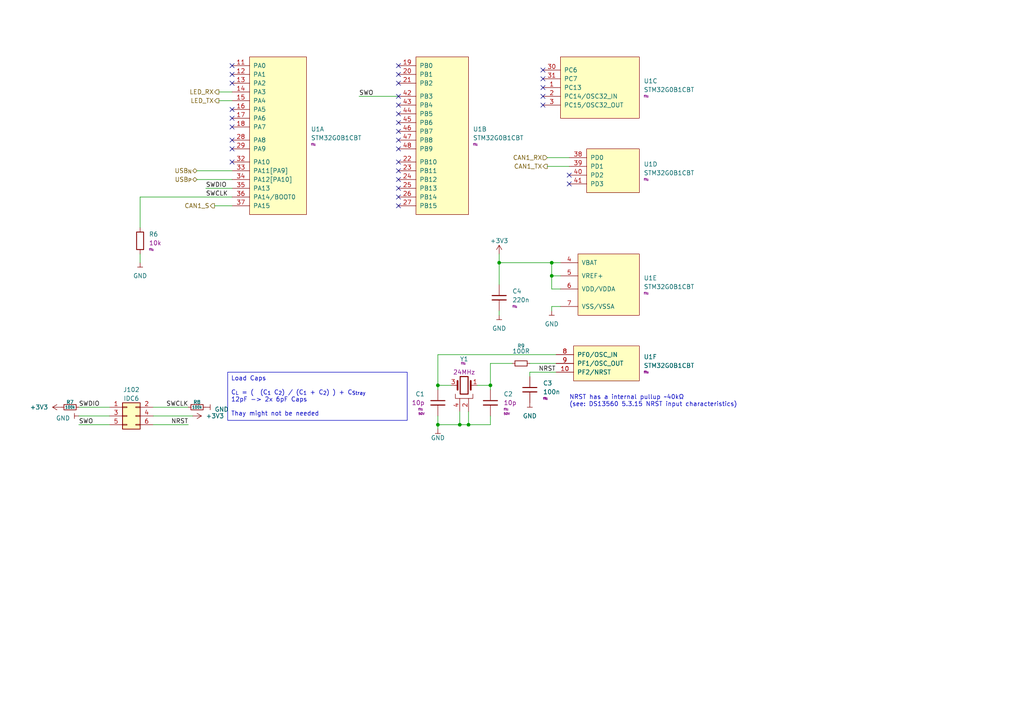
<source format=kicad_sch>
(kicad_sch (version 20250114) (generator "eeschema") (generator_version "9.0")
  (paper "A4")
  (title_block (title "MCU") (date "2023-06-16") (rev "R${release}") (company "${company}") (comment 1 "${release_state}") (comment 2 "${prefix}-S${type_number}-R${release}-V${sch_variant}-C${sch_ci}") (comment 3 "hardware/${prefix}-S${type_number}_${short_desciption}"))
  (lib_symbols
    (symbol "Bluesat:R_CompactV" (pin_numbers (hide yes)) (pin_names (offset 0.254) (hide yes))
      (property "Reference" "R" (at -0.889 0 90))
      (property "Value" "R_CompactV" (at 0 0 90))
      (symbol "R_CompactV_0_1"
        (rectangle (start -0.762 1.778) (end 0.762 -1.778) (stroke (width 0.2032)))
      )
      (symbol "R_CompactV_1_1"
        (pin passive line (at 0 2.54 270) (length 0.762) (name "~") (number "1"))
        (pin passive line (at 0 -2.54 90) (length 0.762) (name "~") (number "2"))
      )
    )
    (symbol "Cap_5Percent_E24_0603_C0G_50V_-40C-125C:6p2_0603_C0G_5%_50V_-40C..125C_Chip-Capacitor" (pin_numbers (hide yes)) (pin_names (offset 0.254))
      (property "Reference" "C" (at 0.635 2.54 0))
      (property "DisplayValue" "6p2" (at 0.635 -2.54 0))
      (property "Fit" "fit: " (at 7.62 -3.81 0))
      (property "CapRatedVoltage" "50V" (at 0 0 0))
      (symbol "6p2_0603_C0G_5%_50V_-40C..125C_Chip-Capacitor_0_1"
        (polyline (pts (xy -2.032 0.635) (xy 2.032 0.635)) (stroke (width 0.3048)))
        (polyline (pts (xy -2.032 -0.635) (xy 2.032 -0.635)) (stroke (width 0.3048)))
      )
      (symbol "6p2_0603_C0G_5%_50V_-40C..125C_Chip-Capacitor_1_1"
        (pin passive line (at 0 3.81 270) (length 3.2004) (name "~") (number "1"))
        (pin passive line (at 0 -3.81 90) (length 2.9972) (name "~") (number "2"))
      )
    )
    (symbol "Connector_Generic:Conn_02x03_Odd_Even" (pin_names (offset 1.016) (hide yes))
      (property "Reference" "J" (at 1.27 5.08 0))
      (property "Value" "Conn_02x03_Odd_Even" (at 1.27 -5.08 0))
      (symbol "Conn_02x03_Odd_Even_1_1"
        (rectangle (start -1.27 3.81) (end 3.81 -3.81) (stroke (width 0.254)) (fill (type background)))
        (rectangle (start -1.27 2.667) (end 0 2.413) (stroke (width 0.1524)))
        (rectangle (start -1.27 0.127) (end 0 -0.127) (stroke (width 0.1524)))
        (rectangle (start -1.27 -2.413) (end 0 -2.667) (stroke (width 0.1524)))
        (rectangle (start 3.81 2.667) (end 2.54 2.413) (stroke (width 0.1524)))
        (rectangle (start 3.81 0.127) (end 2.54 -0.127) (stroke (width 0.1524)))
        (rectangle (start 3.81 -2.413) (end 2.54 -2.667) (stroke (width 0.1524)))
        (pin passive line (at -5.08 2.54 0) (length 3.81) (name "Pin_1") (number "1"))
        (pin passive line (at -5.08 0 0) (length 3.81) (name "Pin_3") (number "3"))
        (pin passive line (at -5.08 -2.54 0) (length 3.81) (name "Pin_5") (number "5"))
        (pin passive line (at 7.62 2.54 180) (length 3.81) (name "Pin_2") (number "2"))
        (pin passive line (at 7.62 0 180) (length 3.81) (name "Pin_4") (number "4"))
        (pin passive line (at 7.62 -2.54 180) (length 3.81) (name "Pin_6") (number "6"))
      )
    )
    (symbol "Device:R_Small" (pin_numbers (hide yes)) (pin_names (offset 0.254) (hide yes))
      (property "Reference" "R" (at 0 0 90))
      (property "Value" "R_Small" (at 1.778 0 90))
      (symbol "R_Small_0_1"
        (rectangle (start -0.762 1.778) (end 0.762 -1.778) (stroke (width 0.2032)))
      )
      (symbol "R_Small_1_1"
        (pin passive line (at 0 2.54 270) (length 0.762) (name "~") (number "1"))
        (pin passive line (at 0 -2.54 90) (length 0.762) (name "~") (number "2"))
      )
    )
    (symbol "Res_1Percent_E24_0603_100mW_-40C-90C:10k_0603_100mW_1%_E24_Chip-Resistor" (pin_numbers (hide yes)) (pin_names (offset 0))
      (property "Reference" "R" (at 2.032 0 90))
      (property "DisplayValue" "10k" (at -0.0254 -0.0508 90))
      (property "Fit" "fit: " (at 7.62 -3.81 0))
      (symbol "10k_0603_100mW_1%_E24_Chip-Resistor_0_1"
        (rectangle (start -1.016 -2.54) (end 1.016 2.54) (stroke (width 0.254)))
      )
      (symbol "10k_0603_100mW_1%_E24_Chip-Resistor_1_1"
        (pin passive line (at 0 3.81 270) (length 1.27) (name "~") (number "1"))
        (pin passive line (at 0 -3.81 90) (length 1.27) (name "~") (number "2"))
      )
    )
    (symbol "ST:STM32G0B1CBT" (pin_names (offset 1.016))
      (property "Reference" "U" (at 3.81 10.16 0))
      (property "Value" "STM32G0B1CBT" (at 0 -25.4 0))
      (property "Fit" "fit: " (at 6.35 10.16 0))
      (symbol "STM32G0B1CBT_1_1"
        (rectangle (start -8.89 24.13) (end 7.62 -21.59) (fill (type background)))
        (pin bidirectional line (at -13.97 21.59 0) (length 5.08) (name "PA0") (number "11"))
        (pin bidirectional line (at -13.97 19.05 0) (length 5.08) (name "PA1") (number "12"))
        (pin bidirectional line (at -13.97 16.51 0) (length 5.08) (name "PA2") (number "13"))
        (pin bidirectional line (at -13.97 13.97 0) (length 5.08) (name "PA3") (number "14"))
        (pin bidirectional line (at -13.97 11.43 0) (length 5.08) (name "PA4") (number "15"))
        (pin bidirectional line (at -13.97 8.89 0) (length 5.08) (name "PA5") (number "16"))
        (pin bidirectional line (at -13.97 6.35 0) (length 5.08) (name "PA6") (number "17"))
        (pin bidirectional line (at -13.97 3.81 0) (length 5.08) (name "PA7") (number "18"))
        (pin bidirectional line (at -13.97 0 0) (length 5.08) (name "PA8") (number "28"))
        (pin bidirectional line (at -13.97 -2.54 0) (length 5.08) (name "PA9") (number "29"))
        (pin bidirectional line (at -13.97 -6.35 0) (length 5.08) (name "PA10") (number "32"))
        (pin bidirectional line (at -13.97 -8.89 0) (length 5.08) (name "PA11[PA9]") (number "33"))
        (pin bidirectional line (at -13.97 -11.43 0) (length 5.08) (name "PA12[PA10]") (number "34"))
        (pin bidirectional line (at -13.97 -13.97 0) (length 5.08) (name "PA13") (number "35"))
        (pin bidirectional line (at -13.97 -16.51 0) (length 5.08) (name "PA14/BOOT0") (number "36"))
        (pin bidirectional line (at -13.97 -19.05 0) (length 5.08) (name "PA15") (number "37"))
      )
      (symbol "STM32G0B1CBT_2_1"
        (rectangle (start -7.62 22.86) (end 7.62 -22.86) (fill (type background)))
        (pin bidirectional line (at -12.7 20.32 0) (length 5.08) (name "PB0") (number "19"))
        (pin bidirectional line (at -12.7 17.78 0) (length 5.08) (name "PB1") (number "20"))
        (pin bidirectional line (at -12.7 15.24 0) (length 5.08) (name "PB2") (number "21"))
        (pin bidirectional line (at -12.7 11.43 0) (length 5.08) (name "PB3") (number "42"))
        (pin bidirectional line (at -12.7 8.89 0) (length 5.08) (name "PB4") (number "43"))
        (pin bidirectional line (at -12.7 6.35 0) (length 5.08) (name "PB5") (number "44"))
        (pin bidirectional line (at -12.7 3.81 0) (length 5.08) (name "PB6") (number "45"))
        (pin bidirectional line (at -12.7 1.27 0) (length 5.08) (name "PB7") (number "46"))
        (pin bidirectional line (at -12.7 -1.27 0) (length 5.08) (name "PB8") (number "47"))
        (pin bidirectional line (at -12.7 -3.81 0) (length 5.08) (name "PB9") (number "48"))
        (pin bidirectional line (at -12.7 -7.62 0) (length 5.08) (name "PB10") (number "22"))
        (pin bidirectional line (at -12.7 -10.16 0) (length 5.08) (name "PB11") (number "23"))
        (pin bidirectional line (at -12.7 -12.7 0) (length 5.08) (name "PB12") (number "24"))
        (pin bidirectional line (at -12.7 -15.24 0) (length 5.08) (name "PB13") (number "25"))
        (pin bidirectional line (at -12.7 -17.78 0) (length 5.08) (name "PB14") (number "26"))
        (pin bidirectional line (at -12.7 -20.32 0) (length 5.08) (name "PB15") (number "27"))
      )
      (symbol "STM32G0B1CBT_3_1"
        (rectangle (start -11.43 8.89) (end 11.43 -8.89) (fill (type background)))
        (pin bidirectional line (at -16.51 5.08 0) (length 5.08) (name "PC6") (number "30"))
        (pin bidirectional line (at -16.51 2.54 0) (length 5.08) (name "PC7") (number "31"))
        (pin bidirectional line (at -16.51 0 0) (length 5.08) (name "PC13") (number "1"))
        (pin bidirectional line (at -16.51 -2.54 0) (length 5.08) (name "PC14/OSC32_IN") (number "2"))
        (pin bidirectional line (at -16.51 -5.08 0) (length 5.08) (name "PC15/OSC32_OUT") (number "3"))
      )
      (symbol "STM32G0B1CBT_4_1"
        (rectangle (start -7.62 6.35) (end 7.62 -6.35) (fill (type background)))
        (pin bidirectional line (at -12.7 3.81 0) (length 5.08) (name "PD0") (number "38"))
        (pin bidirectional line (at -12.7 1.27 0) (length 5.08) (name "PD1") (number "39"))
        (pin bidirectional line (at -12.7 -1.27 0) (length 5.08) (name "PD2") (number "40"))
        (pin bidirectional line (at -12.7 -3.81 0) (length 5.08) (name "PD3") (number "41"))
      )
      (symbol "STM32G0B1CBT_5_1"
        (rectangle (start -8.89 8.89) (end 8.89 -8.89) (fill (type background)))
        (pin power_in line (at -13.97 6.35 0) (length 5.08) (name "VBAT") (number "4"))
        (pin power_in line (at -13.97 2.54 0) (length 5.08) (name "VREF+") (number "5"))
        (pin power_in line (at -13.97 -1.27 0) (length 5.08) (name "VDD/VDDA") (number "6"))
        (pin power_in line (at -13.97 -6.35 0) (length 5.08) (name "VSS/VSSA") (number "7"))
      )
      (symbol "STM32G0B1CBT_6_1"
        (rectangle (start -10.16 5.08) (end 8.89 -5.08) (fill (type background)))
        (pin bidirectional line (at -15.24 2.54 0) (length 5.08) (name "PF0/OSC_IN") (number "8"))
        (pin bidirectional line (at -15.24 0 0) (length 5.08) (name "PF1/OSC_OUT") (number "9"))
        (pin bidirectional line (at -15.24 -2.54 0) (length 5.08) (name "PF2/NRST") (number "10"))
      )
    )
    (symbol "multicomp:100n" (pin_numbers (hide yes)) (pin_names (offset 0.254))
      (property "Reference" "C" (at 0.635 2.54 0))
      (property "Value" "100n" (at 0.635 -2.54 0))
      (property "Fit" "fit: " (at 7.62 -3.81 0))
      (symbol "100n_0_1"
        (polyline (pts (xy -2.032 0.635) (xy 2.032 0.635)) (stroke (width 0.3048)))
        (polyline (pts (xy -2.032 -0.635) (xy 2.032 -0.635)) (stroke (width 0.3048)))
      )
      (symbol "100n_1_1"
        (pin passive line (at 0 3.81 270) (length 3.2004) (name "~") (number "1"))
        (pin passive line (at 0 -3.81 90) (length 2.9972) (name "~") (number "2"))
      )
    )
    (symbol "powerport:+3V3" (power) (pin_names (offset 0))
      (property "Value" "+3V3" (at 0 3.556 0))
      (symbol "+3V3_0_1"
        (polyline (pts (xy -0.762 1.27) (xy 0 2.54)))
        (polyline (pts (xy 0 2.54) (xy 0.762 1.27)))
        (polyline (pts (xy 0 0) (xy 0 2.54)))
      )
      (symbol "+3V3_1_1"
        (pin power_in line (at 0 0 90) (length 0) (hide yes) (name "+3V3") (number "1"))
      )
    )
    (symbol "powerport:GND" (power) (pin_names (offset 0))
      (property "Value" "GND" (at 0 -2.54 0))
      (symbol "GND_0_1"
        (polyline (pts (xy -0.762 -1.27) (xy 0.762 -1.27)))
        (polyline (pts (xy 0 0) (xy 0 -1.27)))
      )
      (symbol "GND_1_1"
        (pin power_in line (at 0 0 270) (length 0) (hide yes) (name "GND") (number "1"))
      )
    )
    (symbol "wuerth:830108313809" (pin_names (offset 1.016) (hide yes))
      (property "Reference" "Y" (at 1.27 3.81 0))
      (property "Fit" "fit: " (at 7.62 -3.81 0))
      (property "DisplayName" "8MHz" (at 0 0 0))
      (symbol "830108313809_0_1"
        (polyline (pts (xy -2.54 2.54) (xy -3.81 2.54) (xy -3.81 -2.54) (xy -2.54 -2.54)))
        (rectangle (start -2.54 -1.143) (end 2.54 1.143) (stroke (width 0.3048)))
        (polyline (pts (xy 0 2.54) (xy 0 1.905)))
        (polyline (pts (xy 0 -2.54) (xy 0 -1.905)))
        (polyline (pts (xy 1.27 1.905) (xy -1.27 1.905)) (stroke (width 0.508)))
        (polyline (pts (xy 1.27 -1.905) (xy -1.27 -1.905)) (stroke (width 0.508)))
      )
      (symbol "830108313809_1_1"
        (pin passive line (at -7.62 1.27 0) (length 3.81) (name "GND") (number "2"))
        (pin passive line (at -7.62 -1.27 0) (length 3.81) (name "GND") (number "4"))
        (pin passive line (at 0 3.81 270) (length 1.27) (name "C_{1}") (number "1"))
        (pin passive line (at 0 -3.81 90) (length 1.27) (name "C_{2}") (number "3"))
      )
    )
  )
  (text "NRST has a internal pullup ~40kΩ\n(see: DS13560 5.3.15 NRST input characteristics)" (at 165.1 118.11 0) (effects (font (size 1.27 1.27)) (justify left bottom)))
  (text_box "Load Caps\n\nC_{L} = (  (C_{1} C_{2}) / (C_{1} + C_{2}) ) + C_{Stray}\n12pF -> 2x 6pF Caps\n\nThay might not be needed" (at 66.04 107.95 0) (size 52.07 13.97) (margins 0.9525 0.9525 0.9525 0.9525) (effects (font (size 1.27 1.27)) (justify left top)))
  (junction (at 160.02 80.01))
  (junction (at 127 111.76))
  (junction (at 142.24 111.76))
  (junction (at 160.02 76.2))
  (junction (at 144.78 76.2))
  (junction (at 127 123.19))
  (junction (at 133.35 123.19))
  (junction (at 135.89 123.19))
  (no_connect (at 157.48 27.94))
  (no_connect (at 115.57 57.15))
  (no_connect (at 67.31 40.64))
  (no_connect (at 157.48 22.86))
  (no_connect (at 115.57 38.1))
  (no_connect (at 165.1 53.34))
  (no_connect (at 115.57 21.59))
  (no_connect (at 165.1 50.8))
  (no_connect (at 115.57 43.18))
  (no_connect (at 115.57 49.53))
  (no_connect (at 157.48 25.4))
  (no_connect (at 67.31 46.99))
  (no_connect (at 115.57 27.94))
  (no_connect (at 67.31 19.05))
  (no_connect (at 67.31 34.29))
  (no_connect (at 115.57 35.56))
  (no_connect (at 157.48 20.32))
  (no_connect (at 115.57 33.02))
  (no_connect (at 115.57 54.61))
  (no_connect (at 115.57 40.64))
  (no_connect (at 115.57 30.48))
  (no_connect (at 67.31 24.13))
  (no_connect (at 67.31 31.75))
  (no_connect (at 115.57 59.69))
  (no_connect (at 67.31 21.59))
  (no_connect (at 67.31 36.83))
  (no_connect (at 115.57 46.99))
  (no_connect (at 115.57 19.05))
  (no_connect (at 115.57 52.07))
  (no_connect (at 115.57 24.13))
  (no_connect (at 157.48 30.48))
  (no_connect (at 67.31 43.18))
  (wire (pts (xy 142.24 123.19) (xy 142.24 120.65)))
  (wire (pts (xy 153.67 107.95) (xy 161.29 107.95)))
  (wire (pts (xy 63.5 26.67) (xy 67.31 26.67)))
  (wire (pts (xy 142.24 111.76) (xy 142.24 113.03)))
  (wire (pts (xy 162.56 83.82) (xy 160.02 83.82)))
  (wire (pts (xy 62.23 59.69) (xy 67.31 59.69)))
  (wire (pts (xy 40.64 73.66) (xy 40.64 76.2)))
  (wire (pts (xy 40.64 57.15) (xy 40.64 66.04)))
  (wire (pts (xy 63.5 29.21) (xy 67.31 29.21)))
  (wire (pts (xy 133.35 123.19) (xy 135.89 123.19)))
  (wire (pts (xy 127 111.76) (xy 127 113.03)))
  (wire (pts (xy 144.78 76.2) (xy 144.78 82.55)))
  (wire (pts (xy 158.75 45.72) (xy 165.1 45.72)))
  (wire (pts (xy 153.67 107.95) (xy 153.67 109.22)))
  (wire (pts (xy 133.35 119.38) (xy 133.35 123.19)))
  (wire (pts (xy 142.24 105.41) (xy 148.59 105.41)))
  (wire (pts (xy 135.89 123.19) (xy 142.24 123.19)))
  (wire (pts (xy 127 123.19) (xy 127 124.46)))
  (wire (pts (xy 160.02 88.9) (xy 162.56 88.9)))
  (wire (pts (xy 44.45 118.11) (xy 54.61 118.11)))
  (wire (pts (xy 59.69 54.61) (xy 67.31 54.61)))
  (wire (pts (xy 160.02 80.01) (xy 162.56 80.01)))
  (wire (pts (xy 22.86 118.11) (xy 31.75 118.11)))
  (wire (pts (xy 127 102.87) (xy 161.29 102.87)))
  (wire (pts (xy 127 111.76) (xy 127 102.87)))
  (wire (pts (xy 127 123.19) (xy 133.35 123.19)))
  (wire (pts (xy 153.67 105.41) (xy 161.29 105.41)))
  (wire (pts (xy 144.78 73.66) (xy 144.78 76.2)))
  (wire (pts (xy 160.02 83.82) (xy 160.02 80.01)))
  (wire (pts (xy 142.24 105.41) (xy 142.24 111.76)))
  (wire (pts (xy 138.43 111.76) (xy 142.24 111.76)))
  (wire (pts (xy 44.45 120.65) (xy 55.88 120.65)))
  (wire (pts (xy 160.02 76.2) (xy 162.56 76.2)))
  (wire (pts (xy 22.86 120.65) (xy 31.75 120.65)))
  (wire (pts (xy 57.15 49.53) (xy 67.31 49.53)))
  (wire (pts (xy 22.86 123.19) (xy 31.75 123.19)))
  (wire (pts (xy 158.75 48.26) (xy 165.1 48.26)))
  (wire (pts (xy 160.02 90.17) (xy 160.02 88.9)))
  (wire (pts (xy 104.14 27.94) (xy 115.57 27.94)))
  (wire (pts (xy 144.78 76.2) (xy 160.02 76.2)))
  (wire (pts (xy 135.89 119.38) (xy 135.89 123.19)))
  (wire (pts (xy 127 120.65) (xy 127 123.19)))
  (wire (pts (xy 130.81 111.76) (xy 127 111.76)))
  (wire (pts (xy 160.02 80.01) (xy 160.02 76.2)))
  (wire (pts (xy 57.15 52.07) (xy 67.31 52.07)))
  (wire (pts (xy 40.64 57.15) (xy 67.31 57.15)))
  (wire (pts (xy 144.78 90.17) (xy 144.78 91.44)))
  (wire (pts (xy 44.45 123.19) (xy 54.61 123.19)))
  (label "SWCLK" (at 59.69 57.15 0))
  (label "SWCLK" (at 54.61 118.11 180))
  (label "NRST" (at 156.21 107.95 0))
  (label "NRST" (at 54.61 123.19 180))
  (label "SWO" (at 22.86 123.19 0))
  (label "SWDIO" (at 59.69 54.61 0))
  (label "SWO" (at 104.14 27.94 0))
  (label "SWDIO" (at 22.86 118.11 0))
  (hierarchical_label "USB_{N}" (shape bidirectional) (at 57.15 49.53 180))
  (hierarchical_label "CAN1_S" (shape output) (at 62.23 59.69 180))
  (hierarchical_label "LED_TX" (shape output) (at 63.5 29.21 180))
  (hierarchical_label "CAN1_RX" (shape input) (at 158.75 45.72 180))
  (hierarchical_label "LED_RX" (shape output) (at 63.5 26.67 180))
  (hierarchical_label "CAN1_TX" (shape output) (at 158.75 48.26 180))
  (hierarchical_label "USB_{P}" (shape bidirectional) (at 57.15 52.07 180))
  (symbol (lib_id "powerport:GND") (at 144.78 91.44 0) (unit 1)
    (property "Reference" "#PWR022" (effects (hide yes)))
    (property "Value" "GND" (at 144.78 95.25 0))
  )
  (symbol (lib_id "ST:STM32G0B1CBT") (at 173.99 25.4 0) (unit 3)
    (property "Reference" "U1" (at 186.69 23.495 0) (effects (justify left)))
    (property "Value" "STM32G0B1CBT" (at 186.69 26.035 0) (effects (justify left)))
    (property "Footprint" "Package_QFP:LQFP-48_7x7mm_P0.5mm" (effects (hide yes)))
    (property "Datasheet" "$PTX_DATASHEETS/datasheets/Microcontroller/STW_stm32g0b1re.pdf" (effects (hide yes)))
    (property "Datasheet2" "$PTX_DATASHEETS/datasheets/Microcontroller/STW_stm32g0b1re_reference_maual.pdf" (effects (hide yes)))
    (property "Manufacturer" "ST" (effects (hide yes)))
    (property "MPN" "STM32G0B1CBT" (effects (hide yes)))
    (property "Fit" "fit: " (at 186.69 27.94 0) (effects (font (size 0.635 0.635)) (justify left)))
    (property "State" "reviewed" (effects (hide yes)))
    (property "Package" "LQFP48" (effects (hide yes)))
  )
  (symbol (lib_id "Cap_5Percent_E24_0603_C0G_50V_-40C-125C:6p2_0603_C0G_5%_50V_-40C..125C_Chip-Capacitor") (at 142.24 116.84 180) (unit 1)
    (property "Reference" "C2" (at 146.05 114.2873 0) (effects (justify right)))
    (property "Value" "10p" (effects (hide yes)))
    (property "Footprint" "Capacitor_SMD:C_0402_1005Metric" (effects (hide yes)))
    (property "MPN" "any" (effects (hide yes)))
    (property "Manufacturer" "any" (effects (hide yes)))
    (property "DisplayValue" "10p" (at 146.05 116.8273 0) (effects (justify right)))
    (property "Fit" "fit: " (at 146.05 118.7323 0) (effects (font (size 0.635 0.635)) (justify right)))
    (property "State" "legacy" (effects (hide yes)))
    (property "CapRatedVoltage" "50V" (at 146.05 120.0023 0) (effects (font (size 0.635 0.635)) (justify right)))
    (property "Package" "0402" (effects (hide yes)))
  )
  (symbol (lib_id "ST:STM32G0B1CBT") (at 177.8 49.53 0) (unit 4)
    (property "Reference" "U1" (at 186.69 47.625 0) (effects (justify left)))
    (property "Value" "STM32G0B1CBT" (at 186.69 50.165 0) (effects (justify left)))
    (property "Footprint" "Package_QFP:LQFP-48_7x7mm_P0.5mm" (effects (hide yes)))
    (property "Datasheet" "$PTX_DATASHEETS/datasheets/Microcontroller/STW_stm32g0b1re.pdf" (effects (hide yes)))
    (property "Datasheet2" "$PTX_DATASHEETS/datasheets/Microcontroller/STW_stm32g0b1re_reference_maual.pdf" (effects (hide yes)))
    (property "Manufacturer" "ST" (effects (hide yes)))
    (property "MPN" "STM32G0B1CBT" (effects (hide yes)))
    (property "Fit" "fit: " (at 186.69 52.07 0) (effects (font (size 0.635 0.635)) (justify left)))
    (property "State" "reviewed" (effects (hide yes)))
    (property "Package" "LQFP48" (effects (hide yes)))
  )
  (symbol (lib_id "powerport:GND") (at 153.67 116.84 0) (unit 1)
    (property "Reference" "#PWR020" (effects (hide yes)))
    (property "Value" "GND" (at 153.67 120.65 0))
  )
  (symbol (lib_id "powerport:+3V3") (at 144.78 73.66 0) (unit 1)
    (property "Reference" "#PWR021" (effects (hide yes)))
    (property "Value" "+3V3" (at 144.78 69.85 0))
  )
  (symbol (lib_id "Connector_Generic:Conn_02x03_Odd_Even") (at 36.83 120.65 0) (unit 1)
    (property "Reference" "J102" (at 38.1 113.03 0))
    (property "Value" "IDC6" (at 38.1 115.57 0))
    (property "Footprint" "Bluesat:IDC6" (effects (hide yes)))
    (property "Description" "Generic connector, double row, 02x03, odd/even pin numbering scheme (row 1 odd numbers, row 2 even numbers), script generated (kicad-library-utils/schlib/autogen/connector/)" (effects (hide yes)))
  )
  (symbol (lib_id "powerport:+3V3") (at 55.88 120.65 270) (unit 1)
    (property "Reference" "#PWR016" (effects (hide yes)))
    (property "Value" "+3V3" (at 59.69 120.6499 90) (effects (justify left)))
  )
  (symbol (lib_id "powerport:GND") (at 22.86 120.65 270) (unit 1)
    (property "Reference" "#PWR015" (effects (hide yes)))
    (property "Value" "GND" (at 20.32 121.285 90) (effects (justify right)))
  )
  (symbol (lib_id "Device:R_Small") (at 151.13 105.41 90) (unit 1)
    (property "Reference" "R9" (at 151.13 100.33 90) (effects (font (size 1.016 1.016))))
    (property "Value" "100R" (at 151.13 101.854 90))
    (property "Footprint" "Resistor_SMD:R_0402_1005Metric" (effects (hide yes)))
    (property "Description" "Resistor, small symbol" (effects (hide yes)))
  )
  (symbol (lib_id "ST:STM32G0B1CBT") (at 176.53 105.41 0) (unit 6)
    (property "Reference" "U1" (at 186.69 103.505 0) (effects (justify left)))
    (property "Value" "STM32G0B1CBT" (at 186.69 106.045 0) (effects (justify left)))
    (property "Footprint" "Package_QFP:LQFP-48_7x7mm_P0.5mm" (effects (hide yes)))
    (property "Datasheet" "$PTX_DATASHEETS/datasheets/Microcontroller/STW_stm32g0b1re.pdf" (effects (hide yes)))
    (property "Datasheet2" "$PTX_DATASHEETS/datasheets/Microcontroller/STW_stm32g0b1re_reference_maual.pdf" (effects (hide yes)))
    (property "Manufacturer" "ST" (effects (hide yes)))
    (property "MPN" "STM32G0B1CBT" (effects (hide yes)))
    (property "Fit" "fit: " (at 186.69 107.95 0) (effects (font (size 0.635 0.635)) (justify left)))
    (property "State" "reviewed" (effects (hide yes)))
    (property "Package" "LQFP48" (effects (hide yes)))
  )
  (symbol (lib_id "multicomp:100n") (at 144.78 86.36 0) (unit 1)
    (property "Reference" "C4" (at 148.59 84.4677 0) (effects (justify left)))
    (property "Value" "220n" (at 148.59 87.0077 0) (effects (justify left)))
    (property "Footprint" "Capacitor_SMD:C_0402_1005Metric" (effects (hide yes)))
    (property "Datasheet" "http://www.farnell.com/datasheets/1901289.pdf" (effects (hide yes)))
    (property "MPN" "MC0603B104K500CT" (effects (hide yes)))
    (property "Manufacturer" "Multicomp" (effects (hide yes)))
    (property "Fit" "fit: " (at 148.59 88.9127 0) (effects (font (size 0.635 0.635)) (justify left)))
    (property "State" "legacy" (effects (hide yes)))
    (property "Package" "0402" (effects (hide yes)))
  )
  (symbol (lib_id "Res_1Percent_E24_0603_100mW_-40C-90C:10k_0603_100mW_1%_E24_Chip-Resistor") (at 40.64 69.85 0) (unit 1)
    (property "Reference" "R6" (at 43.18 67.945 0) (effects (justify left)))
    (property "Value" "10K" (effects (hide yes)))
    (property "Footprint" "Resistor_SMD:R_0402_1005Metric" (effects (hide yes)))
    (property "MPN" "any" (effects (hide yes)))
    (property "Manufacturer" "any" (effects (hide yes)))
    (property "DisplayValue" "10k" (at 43.18 70.485 0) (effects (justify left)))
    (property "Fit" "fit: " (at 43.18 72.39 0) (effects (font (size 0.635 0.635)) (justify left)))
    (property "State" "legacy" (effects (hide yes)))
    (property "Package" "0402" (effects (hide yes)))
  )
  (symbol (lib_id "powerport:GND") (at 160.02 90.17 0) (unit 1)
    (property "Reference" "#PWR024" (effects (hide yes)))
    (property "Value" "GND" (at 160.02 93.98 0))
  )
  (symbol (lib_id "Bluesat:R_CompactV") (at 20.32 118.11 270) (unit 1)
    (property "Reference" "R7" (at 20.32 117.221 90) (effects (font (size 1.016 1.016)) (justify bottom)))
    (property "Value" "100k" (at 20.32 118.11 90) (effects (font (size 0.762 0.762))))
    (property "Footprint" "Resistor_SMD:R_0402_1005Metric" (effects (hide yes)))
    (property "Description" "Resistor, compact symbol" (effects (hide yes)))
  )
  (symbol (lib_id "powerport:GND") (at 40.64 76.2 0) (unit 1)
    (property "Reference" "#PWR018" (effects (hide yes)))
    (property "Value" "GND" (at 40.64 80.01 0))
  )
  (symbol (lib_id "ST:STM32G0B1CBT") (at 176.53 82.55 0) (unit 5)
    (property "Reference" "U1" (at 186.69 80.645 0) (effects (justify left)))
    (property "Value" "STM32G0B1CBT" (at 186.69 83.185 0) (effects (justify left)))
    (property "Footprint" "Package_QFP:LQFP-48_7x7mm_P0.5mm" (effects (hide yes)))
    (property "Datasheet" "$PTX_DATASHEETS/datasheets/Microcontroller/STW_stm32g0b1re.pdf" (effects (hide yes)))
    (property "Datasheet2" "$PTX_DATASHEETS/datasheets/Microcontroller/STW_stm32g0b1re_reference_maual.pdf" (effects (hide yes)))
    (property "Manufacturer" "ST" (effects (hide yes)))
    (property "MPN" "STM32G0B1CBT" (effects (hide yes)))
    (property "Fit" "fit: " (at 186.69 85.09 0) (effects (font (size 0.635 0.635)) (justify left)))
    (property "State" "reviewed" (effects (hide yes)))
    (property "Package" "LQFP48" (effects (hide yes)))
  )
  (symbol (lib_id "wuerth:830108313809") (at 134.62 111.76 270) (mirror x) (unit 1)
    (property "Reference" "Y1" (at 134.62 104.14 90))
    (property "Value" "830108313809" (effects (hide yes)))
    (property "Footprint" "Crystal:Crystal_SMD_2016-4Pin_2.0x1.6mm" (effects (hide yes)))
    (property "Datasheet" "$PTX_DATASHEETS/datasheets/Crystal/WE_830108313809_8MHz.pdf" (effects (hide yes)))
    (property "Manufacturer" "Würth Elektronik" (effects (hide yes)))
    (property "MPN" "830108313809" (effects (hide yes)))
    (property "Fit" "fit: " (at 134.62 105.41 90) (effects (font (size 0.635 0.635))))
    (property "State" "reviewed" (effects (hide yes)))
    (property "Package" "SMD 4Pin Crystal 3.2mm" (effects (hide yes)))
    (property "DisplayName" "24MHz" (at 134.62 107.95 90))
  )
  (symbol (lib_id "ST:STM32G0B1CBT") (at 128.27 39.37 0) (unit 2)
    (property "Reference" "U1" (at 137.16 37.465 0) (effects (justify left)))
    (property "Value" "STM32G0B1CBT" (at 137.16 40.005 0) (effects (justify left)))
    (property "Footprint" "Package_QFP:LQFP-48_7x7mm_P0.5mm" (effects (hide yes)))
    (property "Datasheet" "$PTX_DATASHEETS/datasheets/Microcontroller/STW_stm32g0b1re.pdf" (effects (hide yes)))
    (property "Datasheet2" "$PTX_DATASHEETS/datasheets/Microcontroller/STW_stm32g0b1re_reference_maual.pdf" (effects (hide yes)))
    (property "Manufacturer" "ST" (effects (hide yes)))
    (property "MPN" "STM32G0B1CBT" (effects (hide yes)))
    (property "Fit" "fit: " (at 137.16 41.91 0) (effects (font (size 0.635 0.635)) (justify left)))
    (property "State" "reviewed" (effects (hide yes)))
    (property "Package" "LQFP48" (effects (hide yes)))
  )
  (symbol (lib_id "Bluesat:R_CompactV") (at 57.15 118.11 270) (unit 1)
    (property "Reference" "R8" (at 57.15 117.221 90) (effects (font (size 1.016 1.016)) (justify bottom)))
    (property "Value" "100k" (at 57.15 118.11 90) (effects (font (size 0.762 0.762))))
    (property "Footprint" "Resistor_SMD:R_0402_1005Metric" (effects (hide yes)))
    (property "Description" "Resistor, compact symbol" (effects (hide yes)))
  )
  (symbol (lib_id "multicomp:100n") (at 153.67 113.03 0) (unit 1)
    (property "Reference" "C3" (at 157.48 111.1377 0) (effects (justify left)))
    (property "Value" "100n" (at 157.48 113.6777 0) (effects (justify left)))
    (property "Footprint" "Capacitor_SMD:C_0402_1005Metric" (effects (hide yes)))
    (property "Datasheet" "http://www.farnell.com/datasheets/1901289.pdf" (effects (hide yes)))
    (property "MPN" "MC0603B104K500CT" (effects (hide yes)))
    (property "Manufacturer" "Multicomp" (effects (hide yes)))
    (property "Fit" "fit: " (at 157.48 115.5827 0) (effects (font (size 0.635 0.635)) (justify left)))
    (property "State" "legacy" (effects (hide yes)))
    (property "Package" "0603" (effects (hide yes)))
  )
  (symbol (lib_id "powerport:GND") (at 127 124.46 0) (unit 1)
    (property "Reference" "#PWR019" (effects (hide yes)))
    (property "Value" "GND" (at 127 127 0))
  )
  (symbol (lib_id "powerport:GND") (at 59.69 118.11 90) (mirror x) (unit 1)
    (property "Reference" "#PWR0201" (effects (hide yes)))
    (property "Value" "GND" (at 62.23 118.745 90) (effects (justify right)))
  )
  (symbol (lib_id "Cap_5Percent_E24_0603_C0G_50V_-40C-125C:6p2_0603_C0G_5%_50V_-40C..125C_Chip-Capacitor") (at 127 116.84 180) (unit 1)
    (property "Reference" "C1" (at 123.19 114.2873 0) (effects (justify left)))
    (property "Value" "10p" (effects (hide yes)))
    (property "Footprint" "Capacitor_SMD:C_0402_1005Metric" (effects (hide yes)))
    (property "MPN" "any" (effects (hide yes)))
    (property "Manufacturer" "any" (effects (hide yes)))
    (property "DisplayValue" "10p" (at 123.19 116.8273 0) (effects (justify left)))
    (property "Fit" "fit: " (at 123.19 118.7323 0) (effects (font (size 0.635 0.635)) (justify left)))
    (property "State" "legacy" (effects (hide yes)))
    (property "CapRatedVoltage" "50V" (at 123.19 120.0023 0) (effects (font (size 0.635 0.635)) (justify left)))
    (property "Package" "0402" (effects (hide yes)))
  )
  (symbol (lib_id "ST:STM32G0B1CBT") (at 81.28 40.64 0) (unit 1)
    (property "Reference" "U1" (at 90.17 37.465 0) (effects (justify left)))
    (property "Value" "STM32G0B1CBT" (at 90.17 40.005 0) (effects (justify left)))
    (property "Footprint" "Package_QFP:LQFP-48_7x7mm_P0.5mm" (effects (hide yes)))
    (property "Datasheet" "$PTX_DATASHEETS/datasheets/Microcontroller/STW_stm32g0b1re.pdf" (effects (hide yes)))
    (property "Datasheet2" "$PTX_DATASHEETS/datasheets/Microcontroller/STW_stm32g0b1re_reference_maual.pdf" (effects (hide yes)))
    (property "Manufacturer" "ST" (effects (hide yes)))
    (property "MPN" "STM32G0B1CBT" (effects (hide yes)))
    (property "Fit" "fit: " (at 90.17 41.91 0) (effects (font (size 0.635 0.635)) (justify left)))
    (property "State" "reviewed" (effects (hide yes)))
    (property "Package" "LQFP48" (effects (hide yes)))
  )
  (symbol (lib_id "powerport:+3V3") (at 17.78 118.11 90) (mirror x) (unit 1)
    (property "Reference" "#PWR0202" (effects (hide yes)))
    (property "Value" "+3V3" (at 13.97 118.1099 90) (effects (justify left)))
  )
)
</source>
